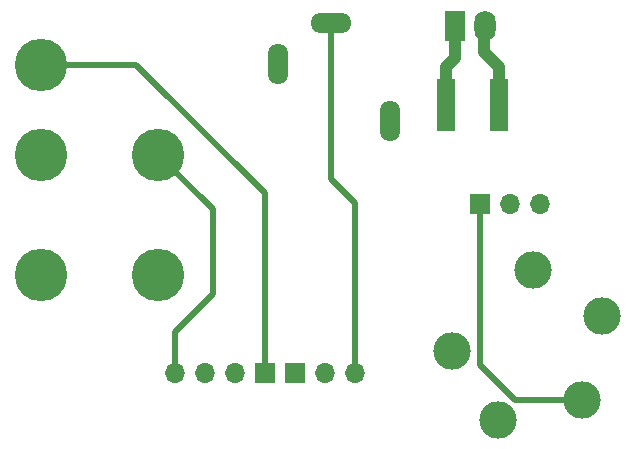
<source format=gbl>
G04 #@! TF.FileFunction,Copper,L2,Bot,Signal*
%FSLAX46Y46*%
G04 Gerber Fmt 4.6, Leading zero omitted, Abs format (unit mm)*
G04 Created by KiCad (PCBNEW 4.0.2-stable) date 2019-06-10 2:37:03 PM*
%MOMM*%
G01*
G04 APERTURE LIST*
%ADD10C,0.200000*%
%ADD11R,1.500000X4.500000*%
%ADD12R,1.700000X1.700000*%
%ADD13O,1.700000X1.700000*%
%ADD14R,1.800000X2.600000*%
%ADD15O,1.800000X2.600000*%
%ADD16C,3.175000*%
%ADD17C,4.445000*%
%ADD18O,3.500000X1.700000*%
%ADD19O,1.700000X3.500000*%
%ADD20C,0.500000*%
%ADD21C,1.000000*%
G04 APERTURE END LIST*
D10*
D11*
X335994026Y-66250932D03*
X340494026Y-66250932D03*
D12*
X320710000Y-88900000D03*
D13*
X318170000Y-88900000D03*
X315630000Y-88900000D03*
X313090000Y-88900000D03*
D12*
X323250000Y-88900000D03*
D13*
X325790000Y-88900000D03*
X328330000Y-88900000D03*
D14*
X336744026Y-59500932D03*
D15*
X339284026Y-59500932D03*
D12*
X338874026Y-74600932D03*
D13*
X341414026Y-74600932D03*
X343954026Y-74600932D03*
D16*
X343412826Y-80150932D03*
X349204026Y-84062532D03*
X336504026Y-87059732D03*
X340415626Y-92850932D03*
X347523759Y-91170665D03*
D17*
X301750200Y-62800000D03*
X301750200Y-70420000D03*
X301750200Y-80580000D03*
X311656200Y-70420000D03*
X311656200Y-80580000D03*
D18*
X326250000Y-59250000D03*
D19*
X321750000Y-62750000D03*
X331250000Y-67550000D03*
D20*
X326250000Y-59250000D02*
X326250000Y-72500000D01*
X326250000Y-72500000D02*
X328305000Y-74555000D01*
X328305000Y-74555000D02*
X328330000Y-74530000D01*
X328330000Y-74530000D02*
X328330000Y-88900000D01*
X320710000Y-73710000D02*
X309800000Y-62800000D01*
X309800000Y-62800000D02*
X301750200Y-62800000D01*
X320710000Y-88900000D02*
X320710000Y-73710000D01*
X313090000Y-88900000D02*
X313090000Y-85410000D01*
X313090000Y-85410000D02*
X316250000Y-82250000D01*
X316250000Y-82250000D02*
X316250000Y-75013800D01*
X316250000Y-75013800D02*
X311656200Y-70420000D01*
D21*
X335994026Y-63000932D02*
X336744026Y-62250932D01*
X336744026Y-62250932D02*
X336744026Y-59500932D01*
X335994026Y-66250932D02*
X335994026Y-63000932D01*
X339244026Y-61750932D02*
X339244026Y-59540932D01*
X340494026Y-63000932D02*
X339244026Y-61750932D01*
X340494026Y-66250932D02*
X340494026Y-63000932D01*
D20*
X347523759Y-91170665D02*
X341823759Y-91170665D01*
X341823759Y-91170665D02*
X338874026Y-88220932D01*
X338874026Y-88220932D02*
X338874026Y-74600932D01*
M02*

</source>
